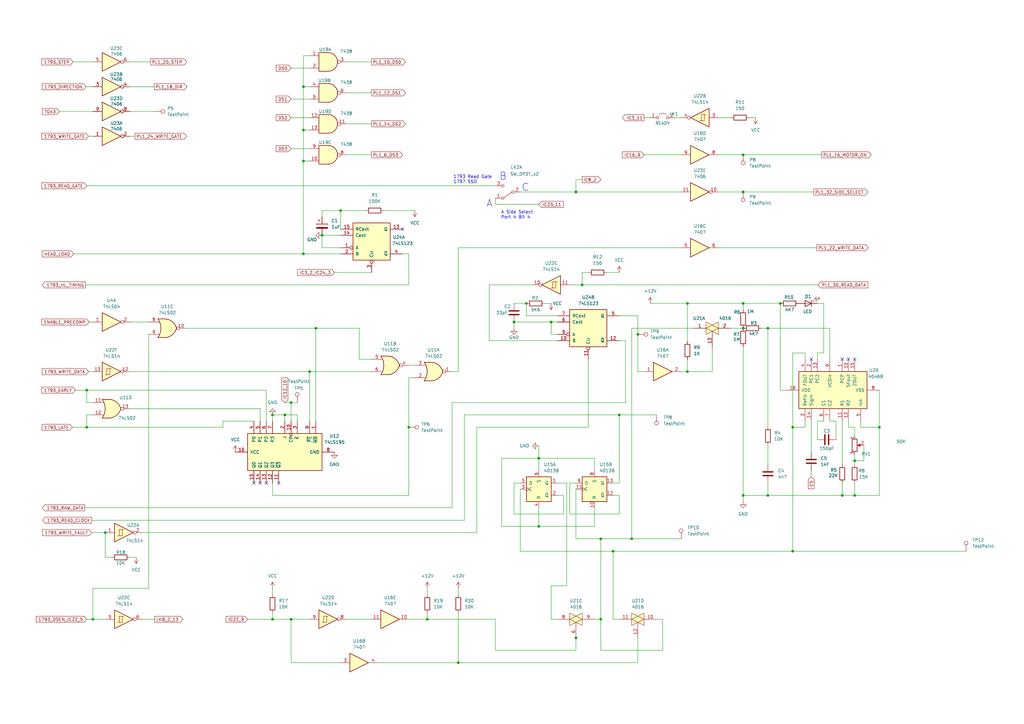
<source format=kicad_sch>
(kicad_sch (version 20211123) (generator eeschema)
  (paper "A3")
  (title_block (title "80 Bus FDC Controller") (date "2023-04-03") (rev "1.3.0"))
  (junction (at 167.64 175.26))
  (junction (at 246.38 220.98))
  (junction (at 350.52 188.976))
  (junction (at 236.22 261.62))
  (junction (at 304.8 63.5))
  (junction (at 304.8 124.46))
  (junction (at 119.38 165.1))
  (junction (at 325.12 175.26))
  (junction (at 139.7 86.36))
  (junction (at 220.98 187.96))
  (junction (at 124.46 66.04))
  (junction (at 304.8 134.62))
  (junction (at 38.1 254))
  (junction (at 43.18 218.44))
  (junction (at 35.56 175.26))
  (junction (at 111.76 170.18))
  (junction (at 127 152.4))
  (junction (at 350.52 203.2))
  (junction (at 246.38 254))
  (junction (at 124.46 35.56))
  (junction (at 360.68 175.26))
  (junction (at 116.84 170.18))
  (junction (at 210.82 132.08))
  (junction (at 124.46 104.14))
  (junction (at 187.96 271.78))
  (junction (at 304.8 203.2))
  (junction (at 251.46 226.06))
  (junction (at 259.08 220.98))
  (junction (at 119.38 254))
  (junction (at 175.26 254))
  (junction (at 220.98 215.9))
  (junction (at 129.54 134.62))
  (junction (at 314.96 134.62))
  (junction (at 238.76 116.84))
  (junction (at 35.56 160.02))
  (junction (at 304.8 78.74))
  (junction (at 132.08 96.52))
  (junction (at 314.96 203.2))
  (junction (at 325.12 226.06))
  (junction (at 236.22 78.74))
  (junction (at 254 170.18))
  (junction (at 345.44 203.2))
  (junction (at 111.76 254))
  (junction (at 261.62 137.16))
  (junction (at 320.04 124.46))
  (junction (at 215.9 124.46))
  (junction (at 281.94 152.4))
  (junction (at 226.06 132.08))
  (junction (at 281.94 124.46))
  (junction (at 124.46 53.34))
  (no_connect (at 165.1 93.98))
  (no_connect (at 332.74 147.32))
  (no_connect (at 350.52 147.32))
  (no_connect (at 347.98 147.32))
  (no_connect (at 345.44 147.32))
  (no_connect (at 114.3 198.12))
  (no_connect (at 104.14 198.12))
  (no_connect (at 106.68 198.12))
  (no_connect (at 109.22 198.12))
  (wire (pts (xy 53.34 45.72) (xy 63.5 45.72)))
  (wire (pts (xy 132.08 96.52) (xy 139.7 96.52)))
  (wire (pts (xy 124.46 35.56) (xy 127 35.56)))
  (wire (pts (xy 304.8 63.5) (xy 337.058 63.5)))
  (wire (pts (xy 213.36 226.06) (xy 251.46 226.06)))
  (wire (pts (xy 350.52 175.26) (xy 350.52 178.816)))
  (wire (pts (xy 264.16 48.26) (xy 266.7 48.26)))
  (wire (pts (xy 254 203.2) (xy 251.46 203.2)))
  (wire (pts (xy 29.718 175.26) (xy 35.56 175.26)))
  (wire (pts (xy 111.76 241.3) (xy 111.76 243.84)))
  (wire (pts (xy 246.38 254) (xy 246.38 266.7)))
  (wire (pts (xy 165.1 104.14) (xy 167.64 104.14)))
  (wire (pts (xy 175.26 254) (xy 167.64 254)))
  (wire (pts (xy 238.76 116.84) (xy 335.534 116.84)))
  (wire (pts (xy 304.8 203.2) (xy 314.96 203.2)))
  (wire (pts (xy 187.96 241.3) (xy 187.96 243.84)))
  (wire (pts (xy 238.76 111.76) (xy 238.76 116.84)))
  (wire (pts (xy 210.82 132.08) (xy 210.82 134.62)))
  (wire (pts (xy 281.94 124.46) (xy 281.94 139.954)))
  (wire (pts (xy 350.52 188.976) (xy 354.33 188.976)))
  (wire (pts (xy 215.9 129.54) (xy 228.6 129.54)))
  (wire (pts (xy 187.96 251.46) (xy 187.96 271.78)))
  (wire (pts (xy 132.08 86.36) (xy 139.7 86.36)))
  (wire (pts (xy 35.56 170.18) (xy 38.1 170.18)))
  (wire (pts (xy 350.52 186.436) (xy 350.52 188.976)))
  (wire (pts (xy 284.48 134.62) (xy 259.08 134.62)))
  (wire (pts (xy 35.052 116.84) (xy 167.64 116.84)))
  (wire (pts (xy 119.38 48.26) (xy 127 48.26)))
  (wire (pts (xy 228.6 137.16) (xy 226.06 137.16)))
  (wire (pts (xy 304.8 142.24) (xy 304.8 203.2)))
  (wire (pts (xy 142.24 50.8) (xy 152.4 50.8)))
  (wire (pts (xy 137.16 111.76) (xy 152.4 111.76)))
  (wire (pts (xy 139.7 86.36) (xy 149.86 86.36)))
  (wire (pts (xy 360.68 203.2) (xy 360.68 175.26)))
  (wire (pts (xy 76.2 134.62) (xy 129.54 134.62)))
  (wire (pts (xy 279.4 152.4) (xy 281.94 152.4)))
  (wire (pts (xy 43.18 228.6) (xy 43.18 218.44)))
  (wire (pts (xy 210.82 124.46) (xy 215.9 124.46)))
  (wire (pts (xy 35.56 160.02) (xy 109.22 160.02)))
  (wire (pts (xy 35.56 165.1) (xy 35.56 160.02)))
  (wire (pts (xy 360.68 160.02) (xy 360.68 175.26)))
  (wire (pts (xy 276.86 48.26) (xy 279.4 48.26)))
  (wire (pts (xy 314.96 182.626) (xy 314.96 190.5)))
  (wire (pts (xy 139.7 86.36) (xy 139.7 93.98)))
  (wire (pts (xy 205.74 215.9) (xy 220.98 215.9)))
  (wire (pts (xy 320.04 160.02) (xy 320.04 124.46)))
  (wire (pts (xy 345.44 203.2) (xy 350.52 203.2)))
  (wire (pts (xy 34.798 208.28) (xy 185.42 208.28)))
  (wire (pts (xy 124.46 66.04) (xy 127 66.04)))
  (wire (pts (xy 154.94 271.78) (xy 187.96 271.78)))
  (wire (pts (xy 254 254) (xy 251.46 254)))
  (wire (pts (xy 254 198.12) (xy 254 170.18)))
  (wire (pts (xy 304.8 78.74) (xy 333.756 78.74)))
  (wire (pts (xy 347.98 175.26) (xy 347.98 172.72)))
  (wire (pts (xy 251.46 226.06) (xy 325.12 226.06)))
  (wire (pts (xy 124.46 53.34) (xy 127 53.34)))
  (wire (pts (xy 175.26 251.46) (xy 175.26 254)))
  (wire (pts (xy 111.76 203.2) (xy 167.64 203.2)))
  (wire (pts (xy 354.33 188.976) (xy 354.33 182.626)))
  (wire (pts (xy 243.84 187.96) (xy 220.98 187.96)))
  (wire (pts (xy 231.14 203.2) (xy 228.6 203.2)))
  (wire (pts (xy 213.36 200.66) (xy 213.36 226.06)))
  (wire (pts (xy 35.56 76.2) (xy 203.2 76.2)))
  (wire (pts (xy 271.78 254) (xy 269.24 254)))
  (wire (pts (xy 228.6 198.12) (xy 232.41 198.12)))
  (wire (pts (xy 232.41 198.12) (xy 232.41 240.284)))
  (wire (pts (xy 259.08 220.98) (xy 279.4 220.98)))
  (wire (pts (xy 236.22 266.7) (xy 203.2 266.7)))
  (wire (pts (xy 314.96 203.2) (xy 345.44 203.2)))
  (wire (pts (xy 345.44 198.12) (xy 345.44 203.2)))
  (wire (pts (xy 91.44 172.72) (xy 104.14 172.72)))
  (wire (pts (xy 238.76 73.66) (xy 236.22 73.66)))
  (wire (pts (xy 281.94 147.574) (xy 281.94 152.4)))
  (wire (pts (xy 58.42 254) (xy 63.5 254)))
  (wire (pts (xy 294.64 78.74) (xy 304.8 78.74)))
  (wire (pts (xy 312.42 134.62) (xy 314.96 134.62)))
  (wire (pts (xy 53.34 132.08) (xy 60.96 132.08)))
  (wire (pts (xy 119.38 165.1) (xy 119.38 172.72)))
  (wire (pts (xy 220.98 215.9) (xy 243.84 215.9)))
  (wire (pts (xy 299.72 134.62) (xy 304.8 134.62)))
  (wire (pts (xy 53.34 55.88) (xy 55.372 55.88)))
  (wire (pts (xy 332.74 172.72) (xy 332.74 185.42)))
  (wire (pts (xy 332.74 193.04) (xy 332.74 195.58)))
  (wire (pts (xy 261.62 271.78) (xy 261.62 261.62)))
  (wire (pts (xy 236.22 200.66) (xy 236.22 220.98)))
  (wire (pts (xy 279.4 101.6) (xy 187.96 101.6)))
  (wire (pts (xy 325.12 226.06) (xy 396.24 226.06)))
  (wire (pts (xy 248.92 111.76) (xy 254 111.76)))
  (wire (pts (xy 142.24 38.1) (xy 152.4 38.1)))
  (wire (pts (xy 61.722 25.4) (xy 53.34 25.4)))
  (wire (pts (xy 157.48 86.36) (xy 170.18 86.36)))
  (wire (pts (xy 187.96 101.6) (xy 187.96 152.4)))
  (wire (pts (xy 111.76 254) (xy 119.38 254)))
  (wire (pts (xy 360.68 175.26) (xy 353.06 175.26)))
  (wire (pts (xy 236.22 198.12) (xy 233.68 198.12)))
  (wire (pts (xy 35.56 160.02) (xy 30.988 160.02)))
  (wire (pts (xy 127 22.86) (xy 124.46 22.86)))
  (wire (pts (xy 200.66 116.84) (xy 218.44 116.84)))
  (wire (pts (xy 345.44 172.72) (xy 345.44 190.5)))
  (wire (pts (xy 139.7 101.6) (xy 132.08 101.6)))
  (wire (pts (xy 142.24 63.5) (xy 152.4 63.5)))
  (wire (pts (xy 119.38 40.64) (xy 127 40.64)))
  (wire (pts (xy 314.96 134.62) (xy 314.96 175.006)))
  (wire (pts (xy 132.08 88.9) (xy 132.08 86.36)))
  (wire (pts (xy 304.8 124.46) (xy 304.8 127)))
  (wire (pts (xy 340.36 172.72) (xy 342.9 172.72)))
  (wire (pts (xy 203.2 81.28) (xy 203.2 83.82)))
  (wire (pts (xy 213.36 78.74) (xy 236.22 78.74)))
  (wire (pts (xy 124.46 53.34) (xy 124.46 66.04)))
  (wire (pts (xy 223.52 124.46) (xy 226.06 124.46)))
  (wire (pts (xy 116.84 170.18) (xy 111.76 170.18)))
  (wire (pts (xy 203.2 254) (xy 175.26 254)))
  (wire (pts (xy 251.46 198.12) (xy 254 198.12)))
  (wire (pts (xy 236.22 73.66) (xy 236.22 78.74)))
  (wire (pts (xy 111.76 198.12) (xy 111.76 203.2)))
  (wire (pts (xy 330.2 147.32) (xy 330.2 144.78)))
  (wire (pts (xy 337.82 172.72) (xy 335.28 172.72)))
  (wire (pts (xy 236.22 78.74) (xy 279.4 78.74)))
  (wire (pts (xy 147.32 147.32) (xy 152.4 147.32)))
  (wire (pts (xy 335.28 172.72) (xy 335.28 180.34)))
  (wire (pts (xy 340.36 134.62) (xy 340.36 147.32)))
  (wire (pts (xy 91.44 175.26) (xy 91.44 172.72)))
  (wire (pts (xy 58.42 218.44) (xy 195.58 218.44)))
  (wire (pts (xy 261.62 152.4) (xy 264.16 152.4)))
  (wire (pts (xy 63.246 35.56) (xy 53.34 35.56)))
  (wire (pts (xy 119.38 165.1) (xy 121.92 165.1)))
  (wire (pts (xy 256.54 139.7) (xy 256.54 165.1)))
  (wire (pts (xy 246.38 220.98) (xy 259.08 220.98)))
  (wire (pts (xy 243.84 193.04) (xy 243.84 187.96)))
  (wire (pts (xy 119.38 254) (xy 127 254)))
  (wire (pts (xy 251.46 226.06) (xy 251.46 254)))
  (wire (pts (xy 111.76 251.46) (xy 111.76 254)))
  (wire (pts (xy 220.98 187.96) (xy 205.74 187.96)))
  (wire (pts (xy 195.58 175.26) (xy 241.3 175.26)))
  (wire (pts (xy 294.64 48.26) (xy 299.72 48.26)))
  (wire (pts (xy 350.52 198.12) (xy 350.52 203.2)))
  (wire (pts (xy 210.82 210.82) (xy 231.14 210.82)))
  (wire (pts (xy 36.322 55.88) (xy 38.1 55.88)))
  (wire (pts (xy 200.66 139.7) (xy 200.66 116.84)))
  (wire (pts (xy 129.54 134.62) (xy 147.32 134.62)))
  (wire (pts (xy 200.66 139.7) (xy 228.6 139.7)))
  (wire (pts (xy 243.84 254) (xy 246.38 254)))
  (wire (pts (xy 60.96 137.16) (xy 60.96 241.3)))
  (wire (pts (xy 37.592 218.44) (xy 43.18 218.44)))
  (wire (pts (xy 281.94 124.46) (xy 266.7 124.46)))
  (wire (pts (xy 337.82 144.78) (xy 335.28 144.78)))
  (wire (pts (xy 241.3 175.26) (xy 241.3 147.32)))
  (wire (pts (xy 101.6 254) (xy 111.76 254)))
  (wire (pts (xy 261.62 129.54) (xy 261.62 137.16)))
  (wire (pts (xy 121.92 172.72) (xy 121.92 170.18)))
  (wire (pts (xy 185.42 165.1) (xy 185.42 208.28)))
  (wire (pts (xy 37.592 213.36) (xy 190.5 213.36)))
  (wire (pts (xy 24.384 45.72) (xy 38.1 45.72)))
  (wire (pts (xy 30.226 104.14) (xy 124.46 104.14)))
  (wire (pts (xy 132.08 101.6) (xy 132.08 96.52)))
  (wire (pts (xy 294.64 63.5) (xy 304.8 63.5)))
  (wire (pts (xy 142.24 25.4) (xy 152.4 25.4)))
  (wire (pts (xy 232.41 240.284) (xy 226.06 240.284)))
  (wire (pts (xy 233.68 116.84) (xy 238.76 116.84)))
  (wire (pts (xy 121.92 170.18) (xy 116.84 170.18)))
  (wire (pts (xy 139.7 271.78) (xy 119.38 271.78)))
  (wire (pts (xy 210.82 198.12) (xy 210.82 210.82)))
  (wire (pts (xy 190.5 170.18) (xy 254 170.18)))
  (wire (pts (xy 220.98 182.88) (xy 220.98 187.96)))
  (wire (pts (xy 307.34 48.26) (xy 309.88 48.26)))
  (wire (pts (xy 236.22 220.98) (xy 246.38 220.98)))
  (wire (pts (xy 233.68 198.12) (xy 233.68 210.82)))
  (wire (pts (xy 271.78 266.7) (xy 271.78 254)))
  (wire (pts (xy 35.306 35.56) (xy 38.1 35.56)))
  (wire (pts (xy 35.56 175.26) (xy 35.56 170.18)))
  (wire (pts (xy 320.04 124.46) (xy 304.8 124.46)))
  (wire (pts (xy 185.42 152.4) (xy 187.96 152.4)))
  (wire (pts (xy 254 139.7) (xy 256.54 139.7)))
  (wire (pts (xy 325.12 175.26) (xy 325.12 226.06)))
  (wire (pts (xy 226.06 132.08) (xy 228.6 132.08)))
  (wire (pts (xy 167.64 203.2) (xy 167.64 175.26)))
  (wire (pts (xy 106.68 167.64) (xy 53.34 167.64)))
  (wire (pts (xy 335.28 144.78) (xy 335.28 147.32)))
  (wire (pts (xy 236.22 261.62) (xy 236.22 266.7)))
  (wire (pts (xy 226.06 137.16) (xy 226.06 132.08)))
  (wire (pts (xy 195.58 218.44) (xy 195.58 175.26)))
  (wire (pts (xy 116.84 165.1) (xy 119.38 165.1)))
  (wire (pts (xy 330.2 172.72) (xy 330.2 175.26)))
  (wire (pts (xy 254 170.18) (xy 269.24 170.18)))
  (wire (pts (xy 38.1 241.3) (xy 38.1 254)))
  (wire (pts (xy 53.34 152.4) (xy 127 152.4)))
  (wire (pts (xy 175.26 241.3) (xy 175.26 243.84)))
  (wire (pts (xy 210.82 132.08) (xy 226.06 132.08)))
  (wire (pts (xy 322.58 160.02) (xy 320.04 160.02)))
  (wire (pts (xy 127 152.4) (xy 152.4 152.4)))
  (wire (pts (xy 226.06 254) (xy 228.6 254)))
  (wire (pts (xy 281.94 152.4) (xy 292.1 152.4)))
  (wire (pts (xy 119.38 60.96) (xy 127 60.96)))
  (wire (pts (xy 116.84 172.72) (xy 116.84 170.18)))
  (wire (pts (xy 335.28 124.46) (xy 337.82 124.46)))
  (wire (pts (xy 259.08 134.62) (xy 259.08 220.98)))
  (wire (pts (xy 220.98 208.28) (xy 220.98 215.9)))
  (wire (pts (xy 35.56 175.26) (xy 91.44 175.26)))
  (wire (pts (xy 119.38 27.94) (xy 127 27.94)))
  (wire (pts (xy 190.5 170.18) (xy 190.5 213.36)))
  (wire (pts (xy 205.74 187.96) (xy 205.74 215.9)))
  (wire (pts (xy 35.56 254) (xy 38.1 254)))
  (wire (pts (xy 254 129.54) (xy 261.62 129.54)))
  (wire (pts (xy 127 152.4) (xy 127 172.72)))
  (wire (pts (xy 246.38 266.7) (xy 271.78 266.7)))
  (wire (pts (xy 314.96 198.12) (xy 314.96 203.2)))
  (wire (pts (xy 314.96 134.62) (xy 340.36 134.62)))
  (wire (pts (xy 325.12 144.78) (xy 325.12 175.26)))
  (wire (pts (xy 36.322 152.4) (xy 38.1 152.4)))
  (wire (pts (xy 124.46 104.14) (xy 139.7 104.14)))
  (wire (pts (xy 342.9 172.72) (xy 342.9 180.34)))
  (wire (pts (xy 109.22 160.02) (xy 109.22 172.72)))
  (wire (pts (xy 231.14 210.82) (xy 231.14 203.2)))
  (wire (pts (xy 167.64 154.94) (xy 170.18 154.94)))
  (wire (pts (xy 350.52 203.2) (xy 360.68 203.2)))
  (wire (pts (xy 304.8 205.74) (xy 304.8 203.2)))
  (wire (pts (xy 111.76 170.18) (xy 111.76 172.72)))
  (wire (pts (xy 330.2 175.26) (xy 325.12 175.26)))
  (wire (pts (xy 60.96 241.3) (xy 38.1 241.3)))
  (wire (pts (xy 337.82 124.46) (xy 337.82 144.78)))
  (wire (pts (xy 167.64 149.86) (xy 170.18 149.86)))
  (wire (pts (xy 233.68 210.82) (xy 254 210.82)))
  (wire (pts (xy 353.06 175.26) (xy 353.06 172.72)))
  (wire (pts (xy 350.52 190.5) (xy 350.52 188.976)))
  (wire (pts (xy 236.22 261.112) (xy 236.22 261.62)))
  (wire (pts (xy 187.96 271.78) (xy 261.62 271.78)))
  (wire (pts (xy 129.54 134.62) (xy 129.54 172.72)))
  (wire (pts (xy 330.2 144.78) (xy 325.12 144.78)))
  (wire (pts (xy 106.68 172.72) (xy 106.68 167.64)))
  (wire (pts (xy 350.52 175.26) (xy 347.98 175.26)))
  (wire (pts (xy 203.2 83.82) (xy 220.98 83.82)))
  (wire (pts (xy 45.72 228.6) (xy 43.18 228.6)))
  (wire (pts (xy 220.98 187.96) (xy 220.98 193.04)))
  (wire (pts (xy 241.3 111.76) (xy 238.76 111.76)))
  (wire (pts (xy 215.9 129.54) (xy 215.9 124.46)))
  (wire (pts (xy 36.576 132.08) (xy 38.1 132.08)))
  (wire (pts (xy 213.36 198.12) (xy 210.82 198.12)))
  (wire (pts (xy 167.64 175.26) (xy 167.64 154.94)))
  (wire (pts (xy 38.1 254) (xy 43.18 254)))
  (wire (pts (xy 264.16 63.5) (xy 279.4 63.5)))
  (wire (pts (xy 304.8 124.46) (xy 281.94 124.46)))
  (wire (pts (xy 261.62 137.16) (xy 261.62 152.4)))
  (wire (pts (xy 124.46 35.56) (xy 124.46 53.34)))
  (wire (pts (xy 167.64 104.14) (xy 167.64 116.84)))
  (wire (pts (xy 147.32 134.62) (xy 147.32 147.32)))
  (wire (pts (xy 119.38 271.78) (xy 119.38 254)))
  (wire (pts (xy 38.1 165.1) (xy 35.56 165.1)))
  (wire (pts (xy 246.38 220.98) (xy 246.38 254)))
  (wire (pts (xy 203.2 266.7) (xy 203.2 254)))
  (wire (pts (xy 294.64 101.6) (xy 335.026 101.6)))
  (wire (pts (xy 243.84 215.9) (xy 243.84 208.28)))
  (wire (pts (xy 124.46 66.04) (xy 124.46 104.14)))
  (wire (pts (xy 292.1 142.24) (xy 292.1 152.4)))
  (wire (pts (xy 142.24 254) (xy 152.4 254)))
  (wire (pts (xy 124.46 22.86) (xy 124.46 35.56)))
  (wire (pts (xy 254 210.82) (xy 254 203.2)))
  (wire (pts (xy 53.34 228.6) (xy 55.88 228.6)))
  (wire (pts (xy 226.06 240.284) (xy 226.06 254)))
  (wire (pts (xy 29.972 25.4) (xy 38.1 25.4)))
  (wire (pts (xy 256.54 165.1) (xy 185.42 165.1)))
  (text "1793 Read Gate\n1797 SSO" (at 185.928 75.438 0) (effects (font (size 1.27 1.27)) (justify left bottom)))
  (text "A Side Select\nPort 4 Bit 4" (at 205.486 89.916 0) (effects (font (size 1.27 1.27)) (justify left bottom)))
  (text "C" (at 213.868 78.74 0) (effects (font (size 3 3)) (justify left bottom)))
  (text "B" (at 204.724 74.168 0) (effects (font (size 3 3)) (justify left bottom)))
  (text "A" (at 199.39 85.344 0) (effects (font (size 3 3)) (justify left bottom)))
  (global_label "PL1_10_DS0" (shape output) (at 152.4 25.4 0) (property "Intersheet References" "${INTERSHEET_REFS}" (effects hide)))
  (global_label "1793_RAW_DATA" (shape output) (at 34.798 208.28 180) (property "Intersheet References" "${INTERSHEET_REFS}" (effects hide)))
  (global_label "DS3" (shape input) (at 119.38 60.96 180) (property "Intersheet References" "${INTERSHEET_REFS}" (effects hide)))
  (global_label "IC23_11" (shape input) (at 220.98 83.82 0) (property "Intersheet References" "${INTERSHEET_REFS}" (effects hide)))
  (global_label "1793_READ_CLOCK" (shape output) (at 37.592 213.36 180) (property "Intersheet References" "${INTERSHEET_REFS}" (effects hide)))
  (global_label "IC12_10" (shape input) (at 116.84 165.1 90) (property "Intersheet References" "${INTERSHEET_REFS}" (effects hide)))
  (global_label "PL1_14_DS2" (shape output) (at 152.4 50.8 0) (property "Intersheet References" "${INTERSHEET_REFS}" (effects hide)))
  (global_label "1793_READ_GATE" (shape input) (at 35.56 76.2 180) (property "Intersheet References" "${INTERSHEET_REFS}" (effects hide)))
  (global_label "IC16_9" (shape input) (at 264.16 63.5 180) (property "Intersheet References" "${INTERSHEET_REFS}" (effects hide)))
  (global_label "PL1_30_READ_DATA" (shape input) (at 335.534 116.84 0) (property "Intersheet References" "${INTERSHEET_REFS}" (effects hide)))
  (global_label "PL1_16_MOTOR_ON" (shape output) (at 337.058 63.5 0) (property "Intersheet References" "${INTERSHEET_REFS}" (effects hide)))
  (global_label "IC3_2_IC24_3" (shape input) (at 137.16 111.76 180) (property "Intersheet References" "${INTERSHEET_REFS}" (effects hide)))
  (global_label "1793_WRITE_DATA" (shape input) (at 36.322 152.4 180) (property "Intersheet References" "${INTERSHEET_REFS}" (effects hide)))
  (global_label "1793_WRITE_FAULT" (shape input) (at 37.592 218.44 180) (property "Intersheet References" "${INTERSHEET_REFS}" (effects hide)))
  (global_label "IC22_9" (shape input) (at 101.6 254 180) (property "Intersheet References" "${INTERSHEET_REFS}" (effects hide)))
  (global_label "PL1_24_WRITE_GATE" (shape output) (at 55.372 55.88 0) (property "Intersheet References" "${INTERSHEET_REFS}" (effects hide)))
  (global_label "1793_DIRECTION" (shape input) (at 35.306 35.56 180) (property "Intersheet References" "${INTERSHEET_REFS}" (effects hide)))
  (global_label "DS1" (shape input) (at 119.38 40.64 180) (property "Intersheet References" "${INTERSHEET_REFS}" (effects hide)))
  (global_label "ENABLE_PRECOMP" (shape input) (at 36.576 132.08 180) (property "Intersheet References" "${INTERSHEET_REFS}" (effects hide)))
  (global_label "PL1_32_SIDE_SELECT" (shape output) (at 333.756 78.74 0) (property "Intersheet References" "${INTERSHEET_REFS}" (effects hide)))
  (global_label "1793_EARLY" (shape input) (at 30.988 160.02 180) (property "Intersheet References" "${INTERSHEET_REFS}" (effects hide)))
  (global_label "IC3_11" (shape output) (at 264.16 48.26 180) (property "Intersheet References" "${INTERSHEET_REFS}" (effects hide)))
  (global_label "TG43" (shape input) (at 24.384 45.72 180) (property "Intersheet References" "${INTERSHEET_REFS}" (effects hide)))
  (global_label "1793_LATE" (shape input) (at 29.718 175.26 180) (property "Intersheet References" "${INTERSHEET_REFS}" (effects hide)))
  (global_label "HEAD_LOAD" (shape input) (at 30.226 104.14 180) (property "Intersheet References" "${INTERSHEET_REFS}" (effects hide)))
  (global_label "1793_DDEN_IC22_5" (shape input) (at 35.56 254 180) (property "Intersheet References" "${INTERSHEET_REFS}" (effects hide)))
  (global_label "PL1_22_WRITE_DATA" (shape output) (at 335.026 101.6 0) (property "Intersheet References" "${INTERSHEET_REFS}" (effects hide)))
  (global_label "PL1_20_STEP" (shape output) (at 61.722 25.4 0) (property "Intersheet References" "${INTERSHEET_REFS}" (effects hide)))
  (global_label "IC8_2" (shape output) (at 238.76 73.66 0) (property "Intersheet References" "${INTERSHEET_REFS}" (effects hide)))
  (global_label "C5" (shape input) (at 332.74 195.58 270) (property "Intersheet References" "${INTERSHEET_REFS}" (effects hide)))
  (global_label "1793_WRITE_GATE" (shape input) (at 36.322 55.88 180) (property "Intersheet References" "${INTERSHEET_REFS}" (effects hide)))
  (global_label "PL1_12_DS1" (shape output) (at 152.4 38.1 0) (property "Intersheet References" "${INTERSHEET_REFS}" (effects hide)))
  (global_label "1793_HL_TIMING" (shape output) (at 35.052 116.84 180) (property "Intersheet References" "${INTERSHEET_REFS}" (effects hide)))
  (global_label "DS0" (shape input) (at 119.38 27.94 180) (property "Intersheet References" "${INTERSHEET_REFS}" (effects hide)))
  (global_label "1793_STEP" (shape input) (at 29.972 25.4 180) (property "Intersheet References" "${INTERSHEET_REFS}" (effects hide)))
  (global_label "PL1_6_DS3" (shape output) (at 152.4 63.5 0) (property "Intersheet References" "${INTERSHEET_REFS}" (effects hide)))
  (global_label "DS2" (shape input) (at 119.38 48.26 180) (property "Intersheet References" "${INTERSHEET_REFS}" (effects hide)))
  (global_label "LKB_2_13" (shape output) (at 63.5 254 0) (property "Intersheet References" "${INTERSHEET_REFS}" (effects hide)))
  (global_label "PL1_18_DIR" (shape output) (at 63.246 35.56 0) (property "Intersheet References" "${INTERSHEET_REFS}" (effects hide)))
  (symbol (lib_id "74xx:74LS14") (at 50.8 254 0) (unit 3)
    (property "Reference" "U22" (at 50.8 245.11 0))
    (property "Value" "74LS14" (at 50.8 247.65 0))
    (property "Footprint" "Package_DIP:DIP-14_W7.62mm_Socket" (effects hide))
    (property "Datasheet" "http://www.ti.com/lit/gpn/sn74LS14" (effects hide))
  )
  (symbol (lib_id "Device:R") (at 111.76 247.65 0) (unit 1)
    (property "Reference" "R17" (at 114.3 246.3799 0) (effects (justify left)))
    (property "Value" "10K" (at 114.3 248.9199 0) (effects (justify left)))
    (property "Footprint" "Resistor_THT:R_Axial_DIN0309_L9.0mm_D3.2mm_P12.70mm_Horizontal" (effects hide))
  )
  (symbol (lib_id "power:GND") (at 220.98 182.88 270) (unit 1)
    (property "Reference" "#PWR0169" (effects hide))
    (property "Value" "GND" (at 217.17 182.8799 90) (effects (justify right)))
  )
  (symbol (lib_id "Connector:TestPoint") (at 304.8 63.5 180) (unit 1)
    (property "Reference" "P8" (at 307.34 65.5319 0) (effects (justify right)))
    (property "Value" "TestPoint" (at 307.34 68.0719 0) (effects (justify right)))
    (property "Footprint" "TestPoint:TestPoint_THTPad_D1.5mm_Drill0.7mm" (effects hide))
  )
  (symbol (lib_id "power:VCC") (at 170.18 86.36 180) (unit 1)
    (property "Reference" "#PWR0159" (effects hide))
    (property "Value" "VCC" (at 170.18 91.44 0))
  )
  (symbol (lib_id "Device:R") (at 281.94 143.764 0) (unit 1)
    (property "Reference" "R9" (at 284.48 142.4939 0) (effects (justify left)))
    (property "Value" "1K" (at 284.48 145.0339 0) (effects (justify left)))
    (property "Footprint" "Resistor_THT:R_Axial_DIN0309_L9.0mm_D3.2mm_P12.70mm_Horizontal" (effects hide))
  )
  (symbol (lib_id "Device:R") (at 304.8 138.43 0) (unit 1)
    (property "Reference" "R7" (at 300.736 137.16 0) (effects (justify left)))
    (property "Value" "1M" (at 300.736 139.192 0) (effects (justify left)))
    (property "Footprint" "Resistor_THT:R_Axial_DIN0309_L9.0mm_D3.2mm_P12.70mm_Horizontal" (effects hide))
  )
  (symbol (lib_id "80bus:7407") (at 160.02 254 0) (unit 5)
    (property "Reference" "U16" (at 160.02 245.11 0))
    (property "Value" "7407" (at 160.02 247.65 0))
    (property "Footprint" "Package_DIP:DIP-14_W7.62mm_Socket" (effects hide))
    (property "Datasheet" "www.ti.com/lit/ds/symlink/sn74ls07.pdf" (effects hide))
  )
  (symbol (lib_id "Device:C") (at 332.74 189.23 0) (unit 1)
    (property "Reference" "C5" (at 336.55 187.9599 0) (effects (justify left)))
    (property "Value" "1nF" (at 336.55 190.4999 0) (effects (justify left)))
    (property "Footprint" "Capacitor_THT:C_Disc_D6.0mm_W4.4mm_P5.00mm" (effects hide))
  )
  (symbol (lib_id "Device:R_Potentiometer") (at 350.52 182.626 0) (unit 1)
    (property "Reference" "RV1" (at 357.124 186.182 0) (effects (justify right)))
    (property "Value" "50K" (at 371.602 181.102 0) (effects (justify right)))
    (property "Footprint" "Potentiometer_THT:Potentiometer_Vishay_43_Horizontal" (effects hide))
  )
  (symbol (lib_id "power:VCC") (at 309.88 48.26 180) (unit 1)
    (property "Reference" "#PWR0160" (effects hide))
    (property "Value" "VCC" (at 309.88 53.34 0))
  )
  (symbol (lib_id "Device:R") (at 308.61 134.62 90) (unit 1)
    (property "Reference" "R3" (at 309.118 132.588 90))
    (property "Value" "4K7" (at 309.118 136.906 90))
    (property "Footprint" "Resistor_THT:R_Axial_DIN0309_L9.0mm_D3.2mm_P12.70mm_Horizontal" (effects hide))
  )
  (symbol (lib_id "power:GND") (at 304.8 205.74 0) (unit 1)
    (property "Reference" "#PWR0170" (effects hide))
    (property "Value" "GND" (at 304.8 210.82 0))
  )
  (symbol (lib_id "Device:C") (at 339.09 180.34 90) (unit 1)
    (property "Reference" "C3" (at 339.09 176.784 90))
    (property "Value" "150pF" (at 339.09 183.896 90))
    (property "Footprint" "Capacitor_THT:C_Disc_D6.0mm_W4.4mm_P5.00mm" (effects hide))
  )
  (symbol (lib_id "74xx:74LS04") (at 45.72 132.08 0) (unit 1)
    (property "Reference" "U4" (at 45.72 123.19 0))
    (property "Value" "74LS04" (at 45.72 125.73 0))
    (property "Footprint" "Package_DIP:DIP-14_W7.62mm_Socket" (effects hide))
    (property "Datasheet" "http://www.ti.com/lit/gpn/sn74LS04" (effects hide))
  )
  (symbol (lib_id "74xx:74LS14") (at 45.72 152.4 0) (unit 6)
    (property "Reference" "U22" (at 45.72 143.51 0))
    (property "Value" "74LS14" (at 45.72 146.05 0))
    (property "Footprint" "Package_DIP:DIP-14_W7.62mm_Socket" (effects hide))
    (property "Datasheet" "http://www.ti.com/lit/gpn/sn74LS14" (effects hide))
  )
  (symbol (lib_id "Connector:TestPoint") (at 269.24 170.18 180) (unit 1)
    (property "Reference" "TP8" (at 272.034 171.196 0) (effects (justify right)))
    (property "Value" "TestPoint" (at 272.034 173.736 0) (effects (justify right)))
    (property "Footprint" "TestPoint:TestPoint_THTPad_D1.5mm_Drill0.7mm" (effects hide))
  )
  (symbol (lib_id "Device:R") (at 175.26 247.65 0) (unit 1)
    (property "Reference" "R19" (at 177.8 246.3799 0) (effects (justify left)))
    (property "Value" "10K" (at 177.8 248.9199 0) (effects (justify left)))
    (property "Footprint" "Resistor_THT:R_Axial_DIN0309_L9.0mm_D3.2mm_P12.70mm_Horizontal" (effects hide))
  )
  (symbol (lib_id "Connector:TestPoint") (at 121.92 165.1 0) (unit 1)
    (property "Reference" "TP5" (at 120.65 159.258 0) (effects (justify left)))
    (property "Value" "TestPoint" (at 118.11 156.464 0) (effects (justify left)))
    (property "Footprint" "TestPoint:TestPoint_THTPad_D1.5mm_Drill0.7mm" (effects hide))
  )
  (symbol (lib_id "4xxx:4046") (at 340.36 160.02 90) (unit 1)
    (property "Reference" "U20" (at 358.394 151.892 90))
    (property "Value" "4046B" (at 359.156 154.432 90))
    (property "Footprint" "Package_DIP:DIP-16_W7.62mm_Socket" (effects hide))
    (property "Datasheet" "https://assets.nexperia.com/documents/data-sheet/HEF4046B.pdf" (effects hide))
  )
  (symbol (lib_id "power:VCC") (at 96.52 185.42 0) (unit 1)
    (property "Reference" "#PWR0162" (effects hide))
    (property "Value" "VCC" (at 96.52 180.34 0))
  )
  (symbol (lib_id "4xxx:4016") (at 292.1 134.62 0) (mirror x) (unit 1)
    (property "Reference" "U21" (at 286.766 130.556 0))
    (property "Value" "4016" (at 297.434 130.556 0))
    (property "Footprint" "Package_DIP:DIP-14_W7.62mm_Socket" (effects hide))
    (property "Datasheet" "http://www.ti.com/lit/ds/symlink/cd4016b.pdf" (effects hide))
  )
  (symbol (lib_id "Device:R") (at 187.96 247.65 0) (unit 1)
    (property "Reference" "R20" (at 190.5 246.3799 0) (effects (justify left)))
    (property "Value" "10K" (at 190.5 248.9199 0) (effects (justify left)))
    (property "Footprint" "Resistor_THT:R_Axial_DIN0309_L9.0mm_D3.2mm_P12.70mm_Horizontal" (effects hide))
  )
  (symbol (lib_id "80bus:7407") (at 287.02 101.6 0) (unit 3)
    (property "Reference" "U16" (at 287.02 92.71 0))
    (property "Value" "7407" (at 287.02 95.25 0))
    (property "Footprint" "Package_DIP:DIP-14_W7.62mm_Socket" (effects hide))
    (property "Datasheet" "www.ti.com/lit/ds/symlink/sn74ls07.pdf" (effects hide))
  )
  (symbol (lib_id "Connector:TestPoint") (at 396.24 226.06 0) (unit 1)
    (property "Reference" "TP12" (at 398.78 221.4879 0) (effects (justify left)))
    (property "Value" "TestPoint" (at 398.78 224.0279 0) (effects (justify left)))
    (property "Footprint" "TestPoint:TestPoint_THTPad_D1.5mm_Drill0.7mm" (effects hide))
  )
  (symbol (lib_id "74xx:74LS14") (at 287.02 48.26 180) (unit 2)
    (property "Reference" "U22" (at 287.02 39.37 0))
    (property "Value" "74LS14" (at 287.02 41.91 0))
    (property "Footprint" "Package_DIP:DIP-14_W7.62mm_Socket" (effects hide))
    (property "Datasheet" "http://www.ti.com/lit/gpn/sn74LS14" (effects hide))
  )
  (symbol (lib_id "power:GND") (at 210.82 134.62 0) (unit 1)
    (property "Reference" "#PWR0164" (effects hide))
    (property "Value" "GND" (at 210.82 138.43 0))
  )
  (symbol (lib_id "74xx:74LS02") (at 177.8 152.4 0) (mirror x) (unit 1)
    (property "Reference" "U11" (at 177.8 143.51 0))
    (property "Value" "74LS02" (at 177.8 146.05 0))
    (property "Footprint" "Package_DIP:DIP-14_W7.62mm_Socket" (effects hide))
    (property "Datasheet" "http://www.ti.com/lit/gpn/sn74ls02" (effects hide))
  )
  (symbol (lib_id "80bus:7407") (at 271.78 152.4 0) (unit 1)
    (property "Reference" "U16" (at 271.78 143.51 0))
    (property "Value" "7407" (at 271.78 146.05 0))
    (property "Footprint" "Package_DIP:DIP-14_W7.62mm_Socket" (effects hide))
    (property "Datasheet" "www.ti.com/lit/ds/symlink/sn74ls07.pdf" (effects hide))
  )
  (symbol (lib_id "80bus:7406") (at 45.72 25.4 0) (unit 3)
    (property "Reference" "U23" (at 47.752 19.812 0))
    (property "Value" "7406" (at 47.752 22.098 0))
    (property "Footprint" "Package_DIP:DIP-14_W7.62mm_Socket" (effects hide))
    (property "Datasheet" "http://www.ti.com/lit/gpn/sn74LS06" (effects hide))
  )
  (symbol (lib_id "power:GND") (at 111.76 170.18 180) (unit 1)
    (property "Reference" "#PWR0163" (effects hide))
    (property "Value" "GND" (at 111.76 165.1 0))
  )
  (symbol (lib_id "Device:R") (at 350.52 194.31 0) (unit 1)
    (property "Reference" "R8" (at 352.044 193.04 0) (effects (justify left)))
    (property "Value" "15K" (at 352.298 195.58 0) (effects (justify left)))
    (property "Footprint" "Resistor_THT:R_Axial_DIN0309_L9.0mm_D3.2mm_P12.70mm_Horizontal" (effects hide))
  )
  (symbol (lib_id "80bus:7406") (at 45.72 35.56 0) (unit 2)
    (property "Reference" "U23" (at 47.752 30.48 0))
    (property "Value" "7406" (at 47.752 32.512 0))
    (property "Footprint" "Package_DIP:DIP-14_W7.62mm_Socket" (effects hide))
    (property "Datasheet" "http://www.ti.com/lit/gpn/sn74LS06" (effects hide))
  )
  (symbol (lib_id "power:VCC") (at 55.88 228.6 180) (unit 1)
    (property "Reference" "#PWR0167" (effects hide))
    (property "Value" "VCC" (at 55.88 233.68 0))
  )
  (symbol (lib_id "power:+12V") (at 187.96 241.3 0) (unit 1)
    (property "Reference" "#PWR0174" (effects hide))
    (property "Value" "+12V" (at 187.96 236.22 0))
  )
  (symbol (lib_id "Device:R") (at 345.44 194.31 0) (unit 1)
    (property "Reference" "R5" (at 340.614 192.786 0) (effects (justify left)))
    (property "Value" "22K" (at 339.852 195.072 0) (effects (justify left)))
    (property "Footprint" "Resistor_THT:R_Axial_DIN0309_L9.0mm_D3.2mm_P12.70mm_Horizontal" (effects hide))
  )
  (symbol (lib_id "74xx:74LS123") (at 152.4 99.06 0) (unit 1)
    (property "Reference" "U24" (at 163.576 97.282 0))
    (property "Value" "74LS123" (at 165.1 99.822 0))
    (property "Footprint" "Package_DIP:DIP-16_W7.62mm_Socket" (effects hide))
    (property "Datasheet" "http://www.ti.com/lit/gpn/sn74LS123" (effects hide))
  )
  (symbol (lib_id "74xx:74LS195") (at 116.84 185.42 90) (mirror x) (unit 1)
    (property "Reference" "U12" (at 137.16 178.8412 90))
    (property "Value" "74LS195" (at 137.16 181.3812 90))
    (property "Footprint" "Package_DIP:DIP-16_W7.62mm_Socket" (effects hide))
    (property "Datasheet" "http://www.ti.com/lit/gpn/sn74LS195" (effects hide))
  )
  (symbol (lib_id "Device:C_Polarized") (at 132.08 92.71 0) (unit 1)
    (property "Reference" "C1" (at 135.89 90.5509 0) (effects (justify left)))
    (property "Value" "1uF" (at 135.89 93.0909 0) (effects (justify left)))
    (property "Footprint" "Capacitor_THT:C_Disc_D6.0mm_W4.4mm_P5.00mm" (effects hide))
  )
  (symbol (lib_id "Connector:TestPoint") (at 63.5 45.72 270) (unit 1)
    (property "Reference" "P5" (at 68.58 44.4499 90) (effects (justify left)))
    (property "Value" "TestPoint" (at 68.58 46.9899 90) (effects (justify left)))
    (property "Footprint" "TestPoint:TestPoint_THTPad_D1.5mm_Drill0.7mm" (effects hide))
  )
  (symbol (lib_id "power:VCC") (at 111.76 241.3 0) (unit 1)
    (property "Reference" "#PWR0172" (effects hide))
    (property "Value" "VCC" (at 111.76 236.22 0))
  )
  (symbol (lib_id "74xx:74LS14") (at 134.62 254 0) (unit 4)
    (property "Reference" "U22" (at 134.62 245.11 0))
    (property "Value" "74LS14" (at 134.62 247.65 0))
    (property "Footprint" "Package_DIP:DIP-14_W7.62mm_Socket" (effects hide))
    (property "Datasheet" "http://www.ti.com/lit/gpn/sn74LS14" (effects hide))
  )
  (symbol (lib_id "80bus:7406") (at 287.02 78.74 0) (unit 5)
    (property "Reference" "U23" (at 287.02 69.85 0))
    (property "Value" "7406" (at 287.02 72.39 0))
    (property "Footprint" "Package_DIP:DIP-14_W7.62mm_Socket" (effects hide))
    (property "Datasheet" "http://www.ti.com/lit/gpn/sn74LS06" (effects hide))
  )
  (symbol (lib_id "Device:LED") (at 331.47 124.46 180) (unit 1)
    (property "Reference" "D1" (at 331.47 121.666 0))
    (property "Value" "LED" (at 331.216 127.762 0))
    (property "Footprint" "LED_THT:LED_D3.0mm" (effects hide))
  )
  (symbol (lib_id "4xxx:4016") (at 261.62 254 0) (mirror x) (unit 4)
    (property "Reference" "U21" (at 261.62 246.38 0))
    (property "Value" "4016" (at 261.62 248.92 0))
    (property "Footprint" "Package_DIP:DIP-14_W7.62mm_Socket" (effects hide))
    (property "Datasheet" "http://www.ti.com/lit/ds/symlink/cd4016b.pdf" (effects hide))
  )
  (symbol (lib_id "Connector:TestPoint") (at 261.62 137.16 270) (unit 1)
    (property "Reference" "TP9" (at 266.7 135.8899 90) (effects (justify left)))
    (property "Value" "TestPoint" (at 266.7 138.4299 90) (effects (justify left)))
    (property "Footprint" "TestPoint:TestPoint_THTPad_D1.5mm_Drill0.7mm" (effects hide))
  )
  (symbol (lib_id "power:GND") (at 132.08 96.52 270) (unit 1)
    (property "Reference" "#PWR0158" (effects hide))
    (property "Value" "GND" (at 130.048 98.298 90) (effects (justify right)))
  )
  (symbol (lib_id "Switch:SW_DPDT_x2") (at 208.28 78.74 180) (unit 1)
    (property "Reference" "LK2" (at 211.836 68.58 0))
    (property "Value" "SW_DPDT_x2" (at 215.138 71.374 0))
    (property "Footprint" "Connector_PinHeader_2.54mm:PinHeader_1x03_P2.54mm_Vertical" (effects hide))
  )
  (symbol (lib_id "80bus:7407") (at 287.02 63.5 0) (unit 4)
    (property "Reference" "U16" (at 287.02 54.61 0))
    (property "Value" "7407" (at 287.02 57.15 0))
    (property "Footprint" "Package_DIP:DIP-14_W7.62mm_Socket" (effects hide))
    (property "Datasheet" "www.ti.com/lit/ds/symlink/sn74ls07.pdf" (effects hide))
  )
  (symbol (lib_id "80bus:7438") (at 134.62 50.8 0) (unit 4)
    (property "Reference" "U19" (at 133.35 45.72 0))
    (property "Value" "7438" (at 141.986 46.482 0))
    (property "Footprint" "Package_DIP:DIP-14_W7.62mm_Socket" (effects hide))
    (property "Datasheet" "http://www.ti.com/lit/gpn/sn74LS38" (effects hide))
  )
  (symbol (lib_id "Device:R") (at 49.53 228.6 90) (unit 1)
    (property "Reference" "R18" (at 49.53 226.568 90))
    (property "Value" "10K" (at 49.53 230.886 90))
    (property "Footprint" "Resistor_THT:R_Axial_DIN0309_L9.0mm_D3.2mm_P12.70mm_Horizontal" (effects hide))
  )
  (symbol (lib_id "power:+12V") (at 175.26 241.3 0) (unit 1)
    (property "Reference" "#PWR0173" (effects hide))
    (property "Value" "+12V" (at 175.26 236.22 0))
  )
  (symbol (lib_id "80bus:7438") (at 134.62 63.5 0) (unit 3)
    (property "Reference" "U19" (at 133.35 58.42 0))
    (property "Value" "7438" (at 141.986 59.182 0))
    (property "Footprint" "Package_DIP:DIP-14_W7.62mm_Socket" (effects hide))
    (property "Datasheet" "http://www.ti.com/lit/gpn/sn74LS38" (effects hide))
  )
  (symbol (lib_id "74xx:74LS02") (at 68.58 134.62 0) (unit 3)
    (property "Reference" "U11" (at 68.58 125.73 0))
    (property "Value" "74LS02" (at 68.58 128.27 0))
    (property "Footprint" "Package_DIP:DIP-14_W7.62mm_Socket" (effects hide))
    (property "Datasheet" "http://www.ti.com/lit/gpn/sn74ls02" (effects hide))
  )
  (symbol (lib_id "Connector:TestPoint") (at 304.8 78.74 180) (unit 1)
    (property "Reference" "P9" (at 307.34 80.7719 0) (effects (justify right)))
    (property "Value" "TestPoint" (at 307.34 83.3119 0) (effects (justify right)))
    (property "Footprint" "TestPoint:TestPoint_THTPad_D1.5mm_Drill0.7mm" (effects hide))
  )
  (symbol (lib_id "80bus:7438") (at 134.62 38.1 0) (unit 2)
    (property "Reference" "U19" (at 133.096 33.02 0))
    (property "Value" "7438" (at 141.986 33.782 0))
    (property "Footprint" "Package_DIP:DIP-14_W7.62mm_Socket" (effects hide))
    (property "Datasheet" "http://www.ti.com/lit/gpn/sn74LS38" (effects hide))
  )
  (symbol (lib_id "74xx:74LS02") (at 45.72 167.64 0) (unit 4)
    (property "Reference" "U11" (at 51.562 163.068 0))
    (property "Value" "74LS02" (at 52.07 171.45 0))
    (property "Footprint" "Package_DIP:DIP-14_W7.62mm_Socket" (effects hide))
    (property "Datasheet" "http://www.ti.com/lit/gpn/sn74ls02" (effects hide))
  )
  (symbol (lib_id "4xxx:4013") (at 243.84 200.66 0) (unit 2)
    (property "Reference" "U15" (at 245.8594 190.5 0) (effects (justify left)))
    (property "Value" "4013B" (at 245.8594 193.04 0) (effects (justify left)))
    (property "Footprint" "Package_DIP:DIP-14_W7.62mm_Socket" (effects hide))
    (property "Datasheet" "http://www.onsemi.com/pub/Collateral/MC14013B-D.PDF" (effects hide))
  )
  (symbol (lib_id "Device:R") (at 314.96 178.816 0) (unit 1)
    (property "Reference" "R4" (at 317.5 177.5459 0) (effects (justify left)))
    (property "Value" "10K" (at 317.5 180.0859 0) (effects (justify left)))
    (property "Footprint" "Resistor_THT:R_Axial_DIN0309_L9.0mm_D3.2mm_P12.70mm_Horizontal" (effects hide))
  )
  (symbol (lib_id "4xxx:4013") (at 220.98 200.66 0) (unit 1)
    (property "Reference" "U15" (at 222.9994 190.5 0) (effects (justify left)))
    (property "Value" "4013B" (at 222.9994 193.04 0) (effects (justify left)))
    (property "Footprint" "Package_DIP:DIP-14_W7.62mm_Socket" (effects hide))
    (property "Datasheet" "http://www.onsemi.com/pub/Collateral/MC14013B-D.PDF" (effects hide))
  )
  (symbol (lib_id "power:VCC") (at 226.06 124.46 180) (unit 1)
    (property "Reference" "#PWR0165" (effects hide))
    (property "Value" "VCC" (at 228.6 124.46 0))
  )
  (symbol (lib_id "Jumper:Jumper_2_Open") (at 271.78 48.26 0) (unit 1)
    (property "Reference" "LK1" (at 276.352 46.736 0))
    (property "Value" "READY" (at 271.78 50.546 0))
    (property "Footprint" "Button_Switch_THT:SW_DIP_SPSTx01_Slide_6.7x4.1mm_W7.62mm_P2.54mm_LowProfile" (effects hide))
  )
  (symbol (lib_id "74xx:74LS14") (at 50.8 218.44 0) (unit 1)
    (property "Reference" "U22" (at 54.61 215.392 0))
    (property "Value" "74LS14" (at 55.118 221.742 0))
    (property "Footprint" "Package_DIP:DIP-14_W7.62mm_Socket" (effects hide))
    (property "Datasheet" "http://www.ti.com/lit/gpn/sn74LS14" (effects hide))
  )
  (symbol (lib_id "Device:R") (at 304.8 130.81 0) (unit 1)
    (property "Reference" "R6" (at 300.99 128.016 0) (effects (justify left)))
    (property "Value" "1M" (at 306.324 127.762 0) (effects (justify left)))
    (property "Footprint" "Resistor_THT:R_Axial_DIN0309_L9.0mm_D3.2mm_P12.70mm_Horizontal" (effects hide))
  )
  (symbol (lib_id "Connector:TestPoint") (at 279.4 220.98 0) (unit 1)
    (property "Reference" "TP10" (at 281.94 216.4079 0) (effects (justify left)))
    (property "Value" "TestPoint" (at 281.94 218.9479 0) (effects (justify left)))
    (property "Footprint" "TestPoint:TestPoint_THTPad_D1.5mm_Drill0.7mm" (effects hide))
  )
  (symbol (lib_id "Device:R") (at 153.67 86.36 90) (unit 1)
    (property "Reference" "R1" (at 153.67 80.01 90))
    (property "Value" "100K" (at 153.67 82.55 90))
    (property "Footprint" "Resistor_THT:R_Axial_DIN0309_L9.0mm_D3.2mm_P12.70mm_Horizontal" (effects hide))
  )
  (symbol (lib_id "74xx:74LS02") (at 160.02 149.86 0) (unit 2)
    (property "Reference" "U11" (at 160.02 140.97 0))
    (property "Value" "74LS02" (at 160.02 143.51 0))
    (property "Footprint" "Package_DIP:DIP-14_W7.62mm_Socket" (effects hide))
    (property "Datasheet" "http://www.ti.com/lit/gpn/sn74ls02" (effects hide))
  )
  (symbol (lib_id "Device:R") (at 245.11 111.76 90) (unit 1)
    (property "Reference" "R12" (at 245.11 105.41 90))
    (property "Value" "150" (at 245.11 107.95 90))
    (property "Footprint" "Resistor_THT:R_Axial_DIN0309_L9.0mm_D3.2mm_P12.70mm_Horizontal" (effects hide))
  )
  (symbol (lib_id "74xx:74LS14") (at 226.06 116.84 180) (unit 5)
    (property "Reference" "U22" (at 226.06 107.95 0))
    (property "Value" "74LS14" (at 226.06 110.49 0))
    (property "Footprint" "Package_DIP:DIP-14_W7.62mm_Socket" (effects hide))
    (property "Datasheet" "http://www.ti.com/lit/gpn/sn74LS14" (effects hide))
  )
  (symbol (lib_id "80bus:7438") (at 134.62 25.4 0) (unit 1)
    (property "Reference" "U19" (at 133.35 20.32 0))
    (property "Value" "7438" (at 141.986 21.082 0))
    (property "Footprint" "Package_DIP:DIP-14_W7.62mm_Socket" (effects hide))
    (property "Datasheet" "http://www.ti.com/lit/gpn/sn74LS38" (effects hide))
  )
  (symbol (lib_id "Device:R") (at 303.53 48.26 90) (unit 1)
    (property "Reference" "R11" (at 303.53 41.91 90))
    (property "Value" "150" (at 303.53 44.45 90))
    (property "Footprint" "Resistor_THT:R_Axial_DIN0309_L9.0mm_D3.2mm_P12.70mm_Horizontal" (effects hide))
  )
  (symbol (lib_id "power:+12V") (at 266.7 124.46 0) (unit 1)
    (property "Reference" "#PWR0168" (effects hide))
    (property "Value" "+12V" (at 266.7 119.38 0))
  )
  (symbol (lib_id "80bus:7406") (at 45.72 55.88 0) (unit 1)
    (property "Reference" "U23" (at 47.752 50.546 0))
    (property "Value" "7406" (at 47.752 52.832 0))
    (property "Footprint" "Package_DIP:DIP-14_W7.62mm_Socket" (effects hide))
    (property "Datasheet" "http://www.ti.com/lit/gpn/sn74LS06" (effects hide))
  )
  (symbol (lib_id "power:GND") (at 137.16 185.42 0) (unit 1)
    (property "Reference" "#PWR0161" (effects hide))
    (property "Value" "GND" (at 137.16 190.5 0))
  )
  (symbol (lib_id "80bus:7407") (at 147.32 271.78 0) (unit 2)
    (property "Reference" "U16" (at 147.32 262.89 0))
    (property "Value" "7407" (at 147.32 265.43 0))
    (property "Footprint" "Package_DIP:DIP-14_W7.62mm_Socket" (effects hide))
    (property "Datasheet" "www.ti.com/lit/ds/symlink/sn74ls07.pdf" (effects hide))
  )
  (symbol (lib_id "Device:C") (at 210.82 128.27 0) (unit 1)
    (property "Reference" "C2" (at 206.756 125.73 0) (effects (justify left)))
    (property "Value" "33pF" (at 203.454 128.27 0) (effects (justify left)))
    (property "Footprint" "Capacitor_THT:C_Disc_D6.0mm_W4.4mm_P5.00mm" (effects hide))
  )
  (symbol (lib_id "74xx:74LS123") (at 241.3 134.62 0) (unit 2)
    (property "Reference" "U24" (at 241.3 121.92 0))
    (property "Value" "74LS123" (at 241.3 124.46 0))
    (property "Footprint" "Package_DIP:DIP-16_W7.62mm_Socket" (effects hide))
    (property "Datasheet" "http://www.ti.com/lit/gpn/sn74LS123" (effects hide))
  )
  (symbol (lib_id "Device:R") (at 323.85 124.46 90) (unit 1)
    (property "Reference" "R10" (at 323.596 121.92 90))
    (property "Value" "4K7" (at 323.85 127 90))
    (property "Footprint" "Resistor_THT:R_Axial_DIN0309_L9.0mm_D3.2mm_P12.70mm_Horizontal" (effects hide))
  )
  (symbol (lib_id "4xxx:4016") (at 236.22 254 0) (mirror x) (unit 3)
    (property "Reference" "U21" (at 236.22 246.38 0))
    (property "Value" "4016" (at 236.22 248.92 0))
    (property "Footprint" "Package_DIP:DIP-14_W7.62mm_Socket" (effects hide))
    (property "Datasheet" "http://www.ti.com/lit/ds/symlink/cd4016b.pdf" (effects hide))
  )
  (symbol (lib_id "Device:C") (at 314.96 194.31 0) (unit 1)
    (property "Reference" "C4" (at 319.024 193.0399 0) (effects (justify left)))
    (property "Value" "4n7" (at 319.024 195.5799 0) (effects (justify left)))
    (property "Footprint" "Capacitor_THT:C_Axial_L12.0mm_D6.5mm_P15.00mm_Horizontal" (effects hide))
  )
  (symbol (lib_id "80bus:7406") (at 45.72 45.72 0) (unit 4)
    (property "Reference" "U23" (at 47.752 40.386 0))
    (property "Value" "7406" (at 47.752 42.672 0))
    (property "Footprint" "Package_DIP:DIP-14_W7.62mm_Socket" (effects hide))
    (property "Datasheet" "http://www.ti.com/lit/gpn/sn74LS06" (effects hide))
  )
  (symbol (lib_id "Connector:TestPoint") (at 167.64 175.26 270) (unit 1)
    (property "Reference" "TP6" (at 172.72 173.9899 90) (effects (justify left)))
    (property "Value" "TestPoint" (at 172.72 176.5299 90) (effects (justify left)))
    (property "Footprint" "TestPoint:TestPoint_THTPad_D1.5mm_Drill0.7mm" (effects hide))
  )
  (symbol (lib_id "power:VCC") (at 254 111.76 0) (unit 1)
    (property "Reference" "#PWR0166" (effects hide))
    (property "Value" "VCC" (at 254 106.68 0))
  )
  (symbol (lib_id "Device:R") (at 219.71 124.46 90) (unit 1)
    (property "Reference" "R2" (at 219.456 122.174 90))
    (property "Value" "5K6" (at 219.71 127 90))
    (property "Footprint" "Resistor_THT:R_Axial_DIN0309_L9.0mm_D3.2mm_P12.70mm_Horizontal" (effects hide))
  )
)
</source>
